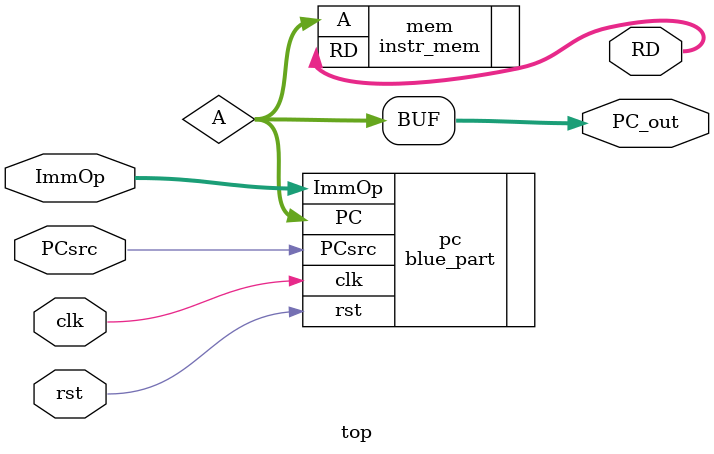
<source format=sv>
module top#(
    parameter ADDRESS_WIDTH = 32,
    DATAOUT_WIDTH = 32
)(
    input logic                            PCsrc, // output from control unit
    input logic                            clk,
    input logic                            rst,
    input logic [DATAOUT_WIDTH-1:0]        ImmOp, // output from "sign extend" block
  //  output logic [ADDRESS_WIDTH-1:0]       PC,
  //  input logic [ADDRESS_WIDTH-1:0]        A,
    output logic [DATAOUT_WIDTH-1:0]       RD,
    output logic [ADDRESS_WIDTH-1:0]       PC_out
);

logic [ADDRESS_WIDTH-1:0]        A;

blue_part pc(
    .PCsrc(PCsrc),
    .clk(clk),
    .rst(rst),
    .ImmOp(ImmOp),
    .PC(A)
);

instr_mem mem(
    .A(A),
    .RD(RD)
);

assign PC_out = A;
endmodule

</source>
